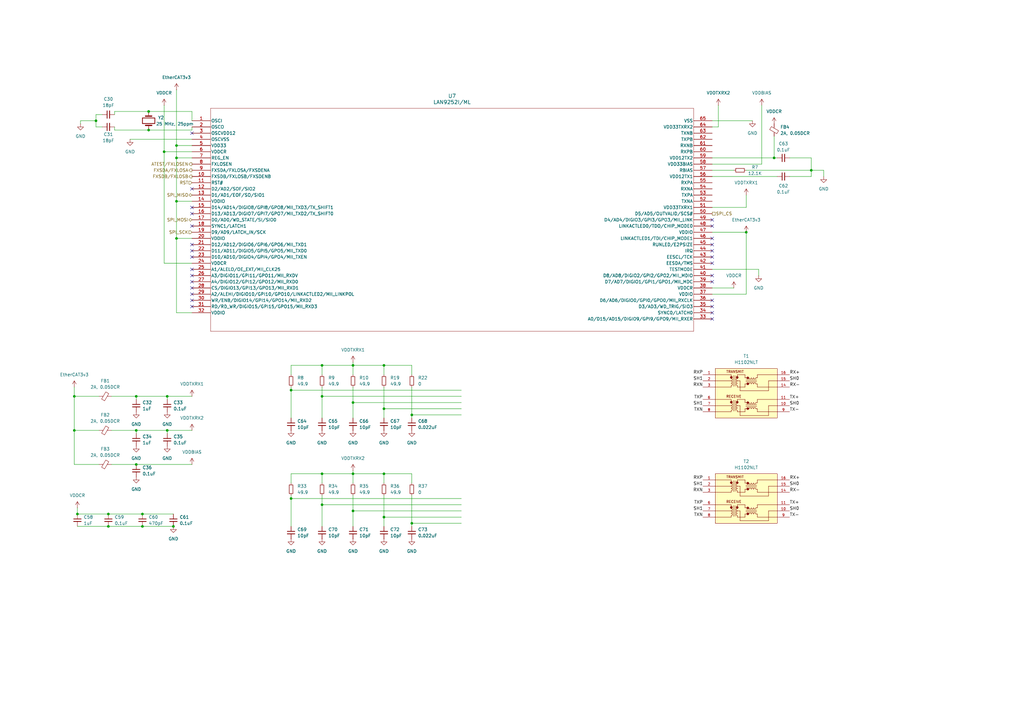
<source format=kicad_sch>
(kicad_sch (version 20231120) (generator "eeschema") (generator_version "8.0")
  (paper "A3")
  (lib_symbols
    (symbol "2024-07-01_21-03-15:LAN9252I_ML" (pin_names (offset 0.254))
      (property "Reference" "U" (at 106.68 10.16 0))
      (property "Value" "LAN9252I/ML" (at 106.68 7.62 0))
      (symbol "LAN9252I_ML_0_1"
        (polyline (pts (xy 7.62 -86.36) (xy 205.74 -86.36)) (stroke (width 0.127)))
        (polyline (pts (xy 7.62 5.08) (xy 7.62 -86.36)) (stroke (width 0.127)))
        (polyline (pts (xy 205.74 -86.36) (xy 205.74 5.08)) (stroke (width 0.127)))
        (polyline (pts (xy 205.74 5.08) (xy 7.62 5.08)) (stroke (width 0.127)))
        (pin input line (at 0 0 0) (length 7.62) (name "OSCI") (number "1"))
        (pin input line (at 0 -22.86 0) (length 7.62) (name "FXSDB/FXLOSB/FXSDENB") (number "10"))
        (pin bidirectional line (at 0 -25.4 0) (length 7.62) (name "RST#") (number "11"))
        (pin bidirectional line (at 0 -27.94 0) (length 7.62) (name "D2/AD2/SOF/SIO2") (number "12"))
        (pin bidirectional line (at 0 -30.48 0) (length 7.62) (name "D1/AD1/EOF/SO/SIO1") (number "13"))
        (pin power_in line (at 0 -33.02 0) (length 7.62) (name "VDDIO") (number "14"))
        (pin bidirectional line (at 0 -35.56 0) (length 7.62) (name "D14/AD14/DIGIO8/GPI8/GPO8/MII_TXD3/TX_SHIFT1") (number "15"))
        (pin bidirectional line (at 0 -38.1 0) (length 7.62) (name "D13/AD13/DIGIO7/GPI7/GPO7/MII_TXD2/TX_SHIFT0") (number "16"))
        (pin bidirectional line (at 0 -40.64 0) (length 7.62) (name "D0/AD0/WD_STATE/SI/SIO0") (number "17"))
        (pin bidirectional line (at 0 -43.18 0) (length 7.62) (name "SYNC1/LATCH1") (number "18"))
        (pin bidirectional line (at 0 -45.72 0) (length 7.62) (name "D9/AD9/LATCH_IN/SCK") (number "19"))
        (pin output line (at 0 -2.54 0) (length 7.62) (name "OSCO") (number "2"))
        (pin power_in line (at 0 -48.26 0) (length 7.62) (name "VDDIO") (number "20"))
        (pin bidirectional line (at 0 -50.8 0) (length 7.62) (name "D12/AD12/DIGIO6/GPI6/GPO6/MII_TXD1") (number "21"))
        (pin bidirectional line (at 0 -53.34 0) (length 7.62) (name "D11/AD11/DIGIO5/GPI5/GPO5/MII_TXD0") (number "22"))
        (pin bidirectional line (at 0 -55.88 0) (length 7.62) (name "D10/AD10/DIGIO4/GPI4/GPO4/MII_TXEN") (number "23"))
        (pin power_in line (at 0 -58.42 0) (length 7.62) (name "VDDCR") (number "24"))
        (pin bidirectional line (at 0 -60.96 0) (length 7.62) (name "A1/ALELO/OE_EXT/MII_CLK25") (number "25"))
        (pin bidirectional line (at 0 -63.5 0) (length 7.62) (name "A3/DIGIO11/GPI11/GPO11/MII_RXDV") (number "26"))
        (pin bidirectional line (at 0 -66.04 0) (length 7.62) (name "A4/DIGIO12/GPI12/GPO12/MII_RXD0") (number "27"))
        (pin bidirectional line (at 0 -68.58 0) (length 7.62) (name "CS/DIGIO13/GPI13/GPO13/MII_RXD1") (number "28"))
        (pin bidirectional line (at 0 -71.12 0) (length 7.62) (name "A2/ALEHI/DIGIO10/GPI10/GPO10/LINKACTLED2/MII_LINKPOL") (number "29"))
        (pin power_in line (at 0 -5.08 0) (length 7.62) (name "OSCVDD12") (number "3"))
        (pin bidirectional line (at 0 -73.66 0) (length 7.62) (name "WR/ENB/DIGIO14/GPI14/GPO14/MII_RXD2") (number "30"))
        (pin bidirectional line (at 0 -76.2 0) (length 7.62) (name "RD/RD_WR/DIGIO15/GPI15/GPO15/MII_RXD3") (number "31"))
        (pin power_in line (at 0 -78.74 0) (length 7.62) (name "VDDIO") (number "32"))
        (pin bidirectional line (at 213.36 -81.28 180) (length 7.62) (name "A0/D15/AD15/DIGIO9/GPI9/GPO9/MII_RXER") (number "33"))
        (pin bidirectional line (at 213.36 -78.74 180) (length 7.62) (name "SYNC0/LATCH0") (number "34"))
        (pin bidirectional line (at 213.36 -76.2 180) (length 7.62) (name "D3/AD3/WD_TRIG/SIO3") (number "35"))
        (pin bidirectional line (at 213.36 -73.66 180) (length 7.62) (name "D6/AD6/DIGIO0/GPI0/GPO0/MII_RXCLK") (number "36"))
        (pin power_in line (at 213.36 -71.12 180) (length 7.62) (name "VDDIO") (number "37"))
        (pin power_in line (at 213.36 -68.58 180) (length 7.62) (name "VDDCR") (number "38"))
        (pin bidirectional line (at 213.36 -66.04 180) (length 7.62) (name "D7/AD7/DIGIO1/GPI1/GPO1/MII_MDC") (number "39"))
        (pin power_out line (at 0 -7.62 0) (length 7.62) (name "OSCVSS") (number "4"))
        (pin bidirectional line (at 213.36 -63.5 180) (length 7.62) (name "D8/AD8/DIGIO2/GPI2/GPO2/MII_MDIO") (number "40"))
        (pin input line (at 213.36 -60.96 180) (length 7.62) (name "TESTMODE") (number "41"))
        (pin bidirectional line (at 213.36 -58.42 180) (length 7.62) (name "EESDA/TMS") (number "42"))
        (pin bidirectional line (at 213.36 -55.88 180) (length 7.62) (name "EESCL/TCK") (number "43"))
        (pin output line (at 213.36 -53.34 180) (length 7.62) (name "IRQ") (number "44"))
        (pin bidirectional line (at 213.36 -50.8 180) (length 7.62) (name "RUNLED/E2PSIZE") (number "45"))
        (pin bidirectional line (at 213.36 -48.26 180) (length 7.62) (name "LINKACTLED1/TDI/CHIP_MODE1") (number "46"))
        (pin power_in line (at 213.36 -45.72 180) (length 7.62) (name "VDDIO") (number "47"))
        (pin bidirectional line (at 213.36 -43.18 180) (length 7.62) (name "LINKACTLED0/TDO/CHIP_MODE0") (number "48"))
        (pin bidirectional line (at 213.36 -40.64 180) (length 7.62) (name "D4/AD4/DIGIO3/GPI3/GPO3/MII_LINK") (number "49"))
        (pin power_in line (at 0 -10.16 0) (length 7.62) (name "VDD33") (number "5"))
        (pin bidirectional line (at 213.36 -38.1 180) (length 7.62) (name "D5/AD5/OUTVALID/SCS#") (number "50"))
        (pin power_in line (at 213.36 -35.56 180) (length 7.62) (name "VDD33TXRX1") (number "51"))
        (pin unspecified line (at 213.36 -33.02 180) (length 7.62) (name "TXNA") (number "52"))
        (pin unspecified line (at 213.36 -30.48 180) (length 7.62) (name "TXPA") (number "53"))
        (pin unspecified line (at 213.36 -27.94 180) (length 7.62) (name "RXNA") (number "54"))
        (pin unspecified line (at 213.36 -25.4 180) (length 7.62) (name "RXPA") (number "55"))
        (pin power_in line (at 213.36 -22.86 180) (length 7.62) (name "VDD12TX1") (number "56"))
        (pin unspecified line (at 213.36 -20.32 180) (length 7.62) (name "RBIAS") (number "57"))
        (pin power_in line (at 213.36 -17.78 180) (length 7.62) (name "VDD33BIAS") (number "58"))
        (pin power_in line (at 213.36 -15.24 180) (length 7.62) (name "VDD12TX2") (number "59"))
        (pin power_in line (at 0 -12.7 0) (length 7.62) (name "VDDCR") (number "6"))
        (pin unspecified line (at 213.36 -12.7 180) (length 7.62) (name "RXPB") (number "60"))
        (pin unspecified line (at 213.36 -10.16 180) (length 7.62) (name "RXNB") (number "61"))
        (pin unspecified line (at 213.36 -7.62 180) (length 7.62) (name "TXPB") (number "62"))
        (pin unspecified line (at 213.36 -5.08 180) (length 7.62) (name "TXNB") (number "63"))
        (pin power_in line (at 213.36 -2.54 180) (length 7.62) (name "VDD33TXRX2") (number "64"))
        (pin power_out line (at 213.36 0 180) (length 7.62) (name "VSS") (number "65"))
        (pin unspecified line (at 0 -15.24 0) (length 7.62) (name "REG_EN") (number "7"))
        (pin unspecified line (at 0 -17.78 0) (length 7.62) (name "FXLOSEN") (number "8"))
        (pin input line (at 0 -20.32 0) (length 7.62) (name "FXSDA/FXLOSA/FXSDENA") (number "9"))
      )
    )
    (symbol "Device:C_Small" (pin_numbers hide) (pin_names (offset 0.254) hide)
      (property "Reference" "C" (at 0.254 1.778 0))
      (property "Value" "C_Small" (at 0.254 -2.032 0))
      (symbol "C_Small_0_1"
        (polyline (pts (xy -1.524 -0.508) (xy 1.524 -0.508)) (stroke (width 0.3302)))
        (polyline (pts (xy -1.524 0.508) (xy 1.524 0.508)) (stroke (width 0.3048)))
      )
      (symbol "C_Small_1_1"
        (pin passive line (at 0 2.54 270) (length 2.032) (name "~") (number "1"))
        (pin passive line (at 0 -2.54 90) (length 2.032) (name "~") (number "2"))
      )
    )
    (symbol "Device:Crystal" (pin_numbers hide) (pin_names (offset 1.016) hide)
      (property "Reference" "Y" (at 0 3.81 0))
      (property "Value" "Crystal" (at 0 -3.81 0))
      (symbol "Crystal_0_1"
        (rectangle (start -1.143 2.54) (end 1.143 -2.54) (stroke (width 0.3048)))
        (polyline (pts (xy -2.54 0) (xy -1.905 0)))
        (polyline (pts (xy -1.905 -1.27) (xy -1.905 1.27)) (stroke (width 0.508)))
        (polyline (pts (xy 1.905 -1.27) (xy 1.905 1.27)) (stroke (width 0.508)))
        (polyline (pts (xy 2.54 0) (xy 1.905 0)))
      )
      (symbol "Crystal_1_1"
        (pin passive line (at -3.81 0 0) (length 1.27) (name "1") (number "1"))
        (pin passive line (at 3.81 0 180) (length 1.27) (name "2") (number "2"))
      )
    )
    (symbol "Device:FerriteBead_Small" (pin_numbers hide) (pin_names (offset 0))
      (property "Reference" "FB" (at 1.905 1.27 0))
      (property "Value" "FerriteBead_Small" (at 1.905 -1.27 0))
      (symbol "FerriteBead_Small_0_1"
        (polyline (pts (xy 0 -1.27) (xy 0 -0.7874)))
        (polyline (pts (xy 0 0.889) (xy 0 1.2954)))
        (polyline (pts (xy -1.8288 0.2794) (xy -1.1176 1.4986) (xy 1.8288 -0.2032) (xy 1.1176 -1.4224) (xy -1.8288 0.2794)))
      )
      (symbol "FerriteBead_Small_1_1"
        (pin passive line (at 0 2.54 270) (length 1.27) (name "~") (number "1"))
        (pin passive line (at 0 -2.54 90) (length 1.27) (name "~") (number "2"))
      )
    )
    (symbol "Device:R_Small" (pin_numbers hide) (pin_names (offset 0.254) hide)
      (property "Reference" "R" (at 0.762 0.508 0))
      (property "Value" "R_Small" (at 0.762 -1.016 0))
      (symbol "R_Small_0_1"
        (rectangle (start -0.762 1.778) (end 0.762 -1.778) (stroke (width 0.2032)))
      )
      (symbol "R_Small_1_1"
        (pin passive line (at 0 2.54 270) (length 0.762) (name "~") (number "1"))
        (pin passive line (at 0 -2.54 90) (length 0.762) (name "~") (number "2"))
      )
    )
    (symbol "H1102NLT:H1102NLT" (pin_names (offset 1.016))
      (property "Reference" "T" (at -12.7096 10.4854 0))
      (property "Value" "H1102NLT" (at -12.8763 -12.2404 0))
      (symbol "H1102NLT_0_0"
        (rectangle (start -12.7 -10.16) (end 12.7 10.16) (stroke (width 0.1524)) (fill (type background)))
        (arc (start -6.1913 -6.985) (mid -5.717 -6.5087) (end -6.1913 -6.0325) (stroke (width 0.1524)))
        (arc (start -6.1913 -6.0325) (mid -5.717 -5.5562) (end -6.1913 -5.08) (stroke (width 0.1524)))
        (arc (start -6.1913 -5.08) (mid -5.717 -4.6037) (end -6.1913 -4.1275) (stroke (width 0.1524)))
        (arc (start -6.1913 -4.1275) (mid -5.717 -3.6512) (end -6.1913 -3.175) (stroke (width 0.1524)))
        (circle (center -6.1913 -3.6513) (radius 0.0762) (stroke (width 0.381)))
        (arc (start -6.1913 3.175) (mid -5.7171 3.6512) (end -6.1913 4.1275) (stroke (width 0.1524)))
        (arc (start -6.1913 4.1275) (mid -5.7171 4.6037) (end -6.1913 5.08) (stroke (width 0.1524)))
        (arc (start -6.1913 5.08) (mid -5.7171 5.5562) (end -6.1913 6.0325) (stroke (width 0.1524)))
        (arc (start -6.1913 6.0325) (mid -5.7171 6.5087) (end -6.1913 6.985) (stroke (width 0.1524)))
        (circle (center -6.1913 6.5088) (radius 0.0762) (stroke (width 0.381)))
        (arc (start -3.6513 -6.0325) (mid -4.1254 -6.5087) (end -3.6513 -6.985) (stroke (width 0.1524)))
        (arc (start -3.6513 -5.08) (mid -4.1254 -5.5562) (end -3.6513 -6.0325) (stroke (width 0.1524)))
        (arc (start -3.6513 -4.1275) (mid -4.1254 -4.6037) (end -3.6513 -5.08) (stroke (width 0.1524)))
        (circle (center -3.6513 -3.6513) (radius 0.0762) (stroke (width 0.381)))
        (arc (start -3.6513 -3.175) (mid -4.1254 -3.6512) (end -3.6513 -4.1275) (stroke (width 0.1524)))
        (arc (start -3.6513 4.1275) (mid -4.1255 3.6512) (end -3.6513 3.175) (stroke (width 0.1524)))
        (arc (start -3.6513 5.08) (mid -4.1255 4.6037) (end -3.6513 4.1275) (stroke (width 0.1524)))
        (arc (start -3.6513 6.0325) (mid -4.1255 5.5562) (end -3.6513 5.08) (stroke (width 0.1524)))
        (circle (center -3.6513 6.5088) (radius 0.0762) (stroke (width 0.381)))
        (arc (start -3.6513 6.985) (mid -4.1255 6.5087) (end -3.6513 6.0325) (stroke (width 0.1524)))
        (polyline (pts (xy -12.6365 -7.62) (xy -6.1913 -7.62)) (stroke (width 0.1524)))
        (polyline (pts (xy -12.6365 -5.08) (xy -6.1913 -5.08)) (stroke (width 0.1524)))
        (polyline (pts (xy -12.6365 -2.54) (xy -6.1913 -2.54)) (stroke (width 0.1524)))
        (polyline (pts (xy -12.6365 2.54) (xy -6.1913 2.54)) (stroke (width 0.1524)))
        (polyline (pts (xy -12.6365 5.08) (xy -6.1913 5.08)) (stroke (width 0.1524)))
        (polyline (pts (xy -12.6365 7.62) (xy -6.1913 7.62)) (stroke (width 0.1524)))
        (polyline (pts (xy -6.1913 -7.62) (xy -6.1913 -6.985)) (stroke (width 0.1524)))
        (polyline (pts (xy -6.1913 -2.54) (xy -6.1913 -3.175)) (stroke (width 0.1524)))
        (polyline (pts (xy -6.1913 2.54) (xy -6.1913 3.175)) (stroke (width 0.1524)))
        (polyline (pts (xy -6.1913 7.62) (xy -6.1913 6.985)) (stroke (width 0.1524)))
        (polyline (pts (xy -5.2387 -2.8575) (xy -5.2387 -7.3025)) (stroke (width 0.1524)))
        (polyline (pts (xy -5.2387 7.3025) (xy -5.2387 2.8575)) (stroke (width 0.1524)))
        (polyline (pts (xy -4.6038 -2.8575) (xy -4.6038 -7.3025)) (stroke (width 0.1524)))
        (polyline (pts (xy -4.6038 7.3025) (xy -4.6038 2.8575)) (stroke (width 0.1524)))
        (polyline (pts (xy -3.81 -5.08) (xy -2.54 -5.08)) (stroke (width 0.1524)))
        (polyline (pts (xy -3.81 5.08) (xy -2.54 5.08)) (stroke (width 0.1524)))
        (polyline (pts (xy -3.6513 -7.62) (xy -3.6513 -6.985)) (stroke (width 0.1524)))
        (polyline (pts (xy -3.6513 -2.54) (xy -3.6513 -3.175)) (stroke (width 0.1524)))
        (polyline (pts (xy -3.6513 2.54) (xy -3.6513 3.175)) (stroke (width 0.1524)))
        (polyline (pts (xy -3.6513 7.62) (xy -3.6513 6.985)) (stroke (width 0.1524)))
        (polyline (pts (xy -2.54 -9.144) (xy 9.144 -9.144)) (stroke (width 0.1524)))
        (polyline (pts (xy -2.54 -5.08) (xy -2.54 -9.144)) (stroke (width 0.1524)))
        (polyline (pts (xy -2.54 1.016) (xy 9.144 1.016)) (stroke (width 0.1524)))
        (polyline (pts (xy -2.54 5.08) (xy -2.54 1.016)) (stroke (width 0.1524)))
        (polyline (pts (xy -0.508 -7.62) (xy -3.6513 -7.62)) (stroke (width 0.1524)))
        (polyline (pts (xy -0.508 -6.35) (xy -0.508 -7.62)) (stroke (width 0.1524)))
        (polyline (pts (xy -0.508 -6.35) (xy 0.1588 -6.35)) (stroke (width 0.1524)))
        (polyline (pts (xy -0.508 -3.81) (xy -0.508 -2.54)) (stroke (width 0.1524)))
        (polyline (pts (xy -0.508 -2.54) (xy -3.6513 -2.54)) (stroke (width 0.1524)))
        (polyline (pts (xy -0.508 2.54) (xy -3.6513 2.54)) (stroke (width 0.1524)))
        (polyline (pts (xy -0.508 3.81) (xy -0.508 2.54)) (stroke (width 0.1524)))
        (polyline (pts (xy -0.508 3.81) (xy 0.1588 3.81)) (stroke (width 0.1524)))
        (polyline (pts (xy -0.508 6.35) (xy -0.508 7.62)) (stroke (width 0.1524)))
        (polyline (pts (xy -0.508 7.62) (xy -3.6513 7.62)) (stroke (width 0.1524)))
        (polyline (pts (xy -0.1588 -5.3975) (xy 4.2863 -5.3975)) (stroke (width 0.1524)))
        (polyline (pts (xy -0.1588 -4.7625) (xy 4.2863 -4.7625)) (stroke (width 0.1524)))
        (polyline (pts (xy -0.1588 4.7625) (xy 4.2863 4.7625)) (stroke (width 0.1524)))
        (polyline (pts (xy -0.1588 5.3975) (xy 4.2863 5.3975)) (stroke (width 0.1524)))
        (polyline (pts (xy 0.1588 -3.81) (xy -0.508 -3.81)) (stroke (width 0.1524)))
        (polyline (pts (xy 0.1588 6.35) (xy -0.508 6.35)) (stroke (width 0.1524)))
        (polyline (pts (xy 4.572 -7.62) (xy 4.572 -6.35)) (stroke (width 0.1524)))
        (polyline (pts (xy 4.572 -6.35) (xy 3.9688 -6.35)) (stroke (width 0.1524)))
        (polyline (pts (xy 4.572 -3.81) (xy 3.9688 -3.81)) (stroke (width 0.1524)))
        (polyline (pts (xy 4.572 -3.81) (xy 4.572 -2.54)) (stroke (width 0.1524)))
        (polyline (pts (xy 4.572 2.54) (xy 4.572 3.81)) (stroke (width 0.1524)))
        (polyline (pts (xy 4.572 3.81) (xy 3.9688 3.81)) (stroke (width 0.1524)))
        (polyline (pts (xy 4.572 6.35) (xy 3.9688 6.35)) (stroke (width 0.1524)))
        (polyline (pts (xy 4.572 6.35) (xy 4.572 7.62)) (stroke (width 0.1524)))
        (polyline (pts (xy 9.144 -9.144) (xy 9.144 -5.08)) (stroke (width 0.1524)))
        (polyline (pts (xy 9.144 -5.08) (xy 12.7 -5.08)) (stroke (width 0.1524)))
        (polyline (pts (xy 9.144 1.016) (xy 9.144 5.08)) (stroke (width 0.1524)))
        (polyline (pts (xy 9.144 5.08) (xy 12.7 5.08)) (stroke (width 0.1524)))
        (polyline (pts (xy 12.7 -7.62) (xy 4.572 -7.62)) (stroke (width 0.1524)))
        (polyline (pts (xy 12.7 -2.54) (xy 4.572 -2.54)) (stroke (width 0.1524)))
        (polyline (pts (xy 12.7 2.54) (xy 4.572 2.54)) (stroke (width 0.1524)))
        (polyline (pts (xy 12.7 7.62) (xy 4.572 7.62)) (stroke (width 0.1524)))
        (arc (start 0.1588 -3.81) (mid 0.635 -4.2841) (end 1.1113 -3.81) (stroke (width 0.1524)))
        (arc (start 0.1588 6.35) (mid 0.635 5.8758) (end 1.1113 6.35) (stroke (width 0.1524)))
        (circle (center 0.635 -6.35) (radius 0.0762) (stroke (width 0.381)))
        (circle (center 0.635 -3.81) (radius 0.0762) (stroke (width 0.381)))
        (circle (center 0.635 3.81) (radius 0.0762) (stroke (width 0.381)))
        (circle (center 0.635 6.35) (radius 0.0762) (stroke (width 0.381)))
        (arc (start 1.1113 -6.35) (mid 0.635 -5.8757) (end 0.1588 -6.35) (stroke (width 0.1524)))
        (arc (start 1.1113 -3.81) (mid 1.5875 -4.2841) (end 2.0638 -3.81) (stroke (width 0.1524)))
        (arc (start 1.1113 3.81) (mid 0.635 4.2842) (end 0.1588 3.81) (stroke (width 0.1524)))
        (arc (start 1.1113 6.35) (mid 1.5875 5.8758) (end 2.0638 6.35) (stroke (width 0.1524)))
        (arc (start 2.0638 -6.35) (mid 1.5875 -5.8757) (end 1.1113 -6.35) (stroke (width 0.1524)))
        (arc (start 2.0638 -3.81) (mid 2.54 -4.2841) (end 3.0163 -3.81) (stroke (width 0.1524)))
        (arc (start 2.0638 3.81) (mid 1.5875 4.2842) (end 1.1113 3.81) (stroke (width 0.1524)))
        (arc (start 2.0638 6.35) (mid 2.54 5.8758) (end 3.0163 6.35) (stroke (width 0.1524)))
        (arc (start 3.0163 -6.35) (mid 2.54 -5.8757) (end 2.0638 -6.35) (stroke (width 0.1524)))
        (arc (start 3.0163 -3.81) (mid 3.4925 -4.2841) (end 3.9688 -3.81) (stroke (width 0.1524)))
        (arc (start 3.0163 3.81) (mid 2.54 4.2842) (end 2.0638 3.81) (stroke (width 0.1524)))
        (arc (start 3.0163 6.35) (mid 3.4925 5.8758) (end 3.9688 6.35) (stroke (width 0.1524)))
        (arc (start 3.9688 -6.35) (mid 3.4925 -5.8757) (end 3.0163 -6.35) (stroke (width 0.1524)))
        (arc (start 3.9688 3.81) (mid 3.4925 4.2842) (end 3.0163 3.81) (stroke (width 0.1524)))
        (text "RECEIVE" (at -8.2696 -1.9084 0) (effects (font (size 1.0178 1.0178)) (justify left bottom)))
        (text "TRANSMIT" (at -8.2613 8.2613 0) (effects (font (size 1.0168 1.0168)) (justify left bottom)))
        (pin passive line (at -17.78 7.62 0) (length 5.08) (name "~") (number "1"))
        (pin passive line (at 17.78 -5.08 180) (length 5.08) (name "~") (number "10"))
        (pin passive line (at 17.78 -2.54 180) (length 5.08) (name "~") (number "11"))
        (pin passive line (at 17.78 2.54 180) (length 5.08) (name "~") (number "14"))
        (pin passive line (at 17.78 5.08 180) (length 5.08) (name "~") (number "15"))
        (pin passive line (at 17.78 7.62 180) (length 5.08) (name "~") (number "16"))
        (pin passive line (at -17.78 5.08 0) (length 5.08) (name "~") (number "2"))
        (pin passive line (at -17.78 2.54 0) (length 5.08) (name "~") (number "3"))
        (pin passive line (at -17.78 -2.54 0) (length 5.08) (name "~") (number "6"))
        (pin passive line (at -17.78 -5.08 0) (length 5.08) (name "~") (number "7"))
        (pin passive line (at -17.78 -7.62 0) (length 5.08) (name "~") (number "8"))
        (pin passive line (at 17.78 -7.62 180) (length 5.08) (name "~") (number "9"))
      )
    )
    (symbol "power:+3.3V" (power) (pin_numbers hide) (pin_names (offset 0) hide)
      (property "Value" "+3.3V" (at 0 3.556 0))
      (symbol "+3.3V_0_1"
        (polyline (pts (xy -0.762 1.27) (xy 0 2.54)))
        (polyline (pts (xy 0 0) (xy 0 2.54)))
        (polyline (pts (xy 0 2.54) (xy 0.762 1.27)))
      )
      (symbol "+3.3V_1_1"
        (pin power_in line (at 0 0 90) (length 0) (name "~") (number "1"))
      )
    )
    (symbol "power:GND" (power) (pin_numbers hide) (pin_names (offset 0) hide)
      (property "Value" "GND" (at 0 -3.81 0))
      (symbol "GND_0_1"
        (polyline (pts (xy 0 0) (xy 0 -1.27) (xy 1.27 -1.27) (xy 0 -2.54) (xy -1.27 -1.27) (xy 0 -1.27)))
      )
      (symbol "GND_1_1"
        (pin power_in line (at 0 0 270) (length 0) (name "~") (number "1"))
      )
    )
  )
  (junction (at 30.48 162.56))
  (junction (at 144.78 194.31))
  (junction (at 39.37 49.53))
  (junction (at 31.75 210.82))
  (junction (at 68.58 176.53))
  (junction (at 30.48 176.53))
  (junction (at 55.88 190.5))
  (junction (at 157.48 194.31))
  (junction (at 60.96 45.72))
  (junction (at 119.38 160.02))
  (junction (at 68.58 162.56))
  (junction (at 132.08 207.01))
  (junction (at 67.31 62.23))
  (junction (at 332.74 69.85))
  (junction (at 60.96 53.34))
  (junction (at 119.38 204.47))
  (junction (at 71.12 215.9))
  (junction (at 132.08 194.31))
  (junction (at 144.78 209.55))
  (junction (at 55.88 176.53))
  (junction (at 44.45 210.82))
  (junction (at 168.91 170.18))
  (junction (at 168.91 214.63))
  (junction (at 144.78 165.1))
  (junction (at 72.39 97.79))
  (junction (at 55.88 162.56))
  (junction (at 132.08 149.86))
  (junction (at 317.5 64.77))
  (junction (at 132.08 162.56))
  (junction (at 157.48 149.86))
  (junction (at 144.78 149.86))
  (junction (at 58.42 210.82))
  (junction (at 157.48 212.09))
  (junction (at 72.39 82.55))
  (junction (at 72.39 59.69))
  (junction (at 157.48 167.64))
  (junction (at 44.45 215.9))
  (junction (at 306.07 95.25))
  (junction (at 58.42 215.9))
  (junction (at 72.39 64.77))
  (no_connect (at 78.74 113.03))
  (no_connect (at 292.1 130.81))
  (no_connect (at 292.1 128.27))
  (no_connect (at 78.74 120.65))
  (no_connect (at 78.74 125.73))
  (no_connect (at 78.74 54.61))
  (no_connect (at 78.74 118.11))
  (no_connect (at 292.1 115.57))
  (no_connect (at 292.1 90.17))
  (no_connect (at 78.74 87.63))
  (no_connect (at 78.74 92.71))
  (no_connect (at 78.74 110.49))
  (no_connect (at 78.74 77.47))
  (no_connect (at 292.1 125.73))
  (no_connect (at 292.1 102.87))
  (no_connect (at 78.74 123.19))
  (no_connect (at 78.74 102.87))
  (no_connect (at 78.74 100.33))
  (no_connect (at 292.1 107.95))
  (no_connect (at 292.1 113.03))
  (no_connect (at 78.74 115.57))
  (no_connect (at 292.1 123.19))
  (no_connect (at 78.74 85.09))
  (no_connect (at 292.1 92.71))
  (no_connect (at 292.1 105.41))
  (no_connect (at 292.1 97.79))
  (no_connect (at 78.74 105.41))
  (no_connect (at 292.1 100.33))
  (wire (pts (xy 30.48 158.75) (xy 30.48 162.56)))
  (wire (pts (xy 119.38 158.75) (xy 119.38 160.02)))
  (wire (pts (xy 132.08 207.01) (xy 132.08 215.9)))
  (wire (pts (xy 132.08 203.2) (xy 132.08 207.01)))
  (wire (pts (xy 144.78 149.86) (xy 157.48 149.86)))
  (wire (pts (xy 68.58 176.53) (xy 68.58 177.8)))
  (wire (pts (xy 292.1 118.11) (xy 300.99 118.11)))
  (wire (pts (xy 157.48 212.09) (xy 157.48 215.9)))
  (wire (pts (xy 119.38 149.86) (xy 132.08 149.86)))
  (wire (pts (xy 72.39 59.69) (xy 78.74 59.69)))
  (wire (pts (xy 317.5 64.77) (xy 318.77 64.77)))
  (wire (pts (xy 46.99 45.72) (xy 46.99 46.99)))
  (wire (pts (xy 132.08 149.86) (xy 132.08 153.67)))
  (wire (pts (xy 306.07 120.65) (xy 306.07 95.25)))
  (wire (pts (xy 332.74 72.39) (xy 323.85 72.39)))
  (wire (pts (xy 132.08 149.86) (xy 144.78 149.86)))
  (wire (pts (xy 292.1 72.39) (xy 318.77 72.39)))
  (wire (pts (xy 119.38 160.02) (xy 189.23 160.02)))
  (wire (pts (xy 144.78 148.59) (xy 144.78 149.86)))
  (wire (pts (xy 292.1 120.65) (xy 306.07 120.65)))
  (wire (pts (xy 119.38 198.12) (xy 119.38 194.31)))
  (wire (pts (xy 144.78 165.1) (xy 144.78 171.45)))
  (wire (pts (xy 78.74 107.95) (xy 67.31 107.95)))
  (wire (pts (xy 132.08 162.56) (xy 189.23 162.56)))
  (wire (pts (xy 144.78 193.04) (xy 144.78 194.31)))
  (wire (pts (xy 144.78 194.31) (xy 144.78 198.12)))
  (wire (pts (xy 157.48 167.64) (xy 189.23 167.64)))
  (wire (pts (xy 157.48 158.75) (xy 157.48 167.64)))
  (wire (pts (xy 67.31 43.18) (xy 67.31 62.23)))
  (wire (pts (xy 45.72 176.53) (xy 55.88 176.53)))
  (wire (pts (xy 67.31 62.23) (xy 78.74 62.23)))
  (wire (pts (xy 58.42 210.82) (xy 71.12 210.82)))
  (wire (pts (xy 41.91 46.99) (xy 39.37 46.99)))
  (wire (pts (xy 132.08 207.01) (xy 189.23 207.01)))
  (wire (pts (xy 168.91 158.75) (xy 168.91 170.18)))
  (wire (pts (xy 68.58 162.56) (xy 68.58 163.83)))
  (wire (pts (xy 30.48 176.53) (xy 30.48 190.5)))
  (wire (pts (xy 53.34 57.15) (xy 78.74 57.15)))
  (wire (pts (xy 78.74 128.27) (xy 72.39 128.27)))
  (wire (pts (xy 39.37 46.99) (xy 39.37 49.53)))
  (wire (pts (xy 30.48 162.56) (xy 40.64 162.56)))
  (wire (pts (xy 294.64 43.18) (xy 294.64 52.07)))
  (wire (pts (xy 332.74 69.85) (xy 332.74 72.39)))
  (wire (pts (xy 39.37 49.53) (xy 39.37 52.07)))
  (wire (pts (xy 30.48 162.56) (xy 30.48 176.53)))
  (wire (pts (xy 157.48 203.2) (xy 157.48 212.09)))
  (wire (pts (xy 311.15 110.49) (xy 311.15 113.03)))
  (wire (pts (xy 46.99 53.34) (xy 60.96 53.34)))
  (wire (pts (xy 68.58 162.56) (xy 78.74 162.56)))
  (wire (pts (xy 157.48 194.31) (xy 168.91 194.31)))
  (wire (pts (xy 58.42 215.9) (xy 71.12 215.9)))
  (wire (pts (xy 144.78 158.75) (xy 144.78 165.1)))
  (wire (pts (xy 144.78 203.2) (xy 144.78 209.55)))
  (wire (pts (xy 33.02 49.53) (xy 33.02 50.8)))
  (wire (pts (xy 292.1 69.85) (xy 300.99 69.85)))
  (wire (pts (xy 30.48 190.5) (xy 40.64 190.5)))
  (wire (pts (xy 31.75 210.82) (xy 44.45 210.82)))
  (wire (pts (xy 337.82 69.85) (xy 337.82 72.39)))
  (wire (pts (xy 294.64 52.07) (xy 292.1 52.07)))
  (wire (pts (xy 39.37 49.53) (xy 33.02 49.53)))
  (wire (pts (xy 30.48 176.53) (xy 40.64 176.53)))
  (wire (pts (xy 292.1 67.31) (xy 312.42 67.31)))
  (wire (pts (xy 317.5 55.88) (xy 317.5 64.77)))
  (wire (pts (xy 132.08 162.56) (xy 132.08 171.45)))
  (wire (pts (xy 55.88 176.53) (xy 68.58 176.53)))
  (wire (pts (xy 68.58 176.53) (xy 78.74 176.53)))
  (wire (pts (xy 144.78 165.1) (xy 189.23 165.1)))
  (wire (pts (xy 292.1 64.77) (xy 317.5 64.77)))
  (wire (pts (xy 157.48 194.31) (xy 157.48 198.12)))
  (wire (pts (xy 45.72 162.56) (xy 55.88 162.56)))
  (wire (pts (xy 55.88 162.56) (xy 68.58 162.56)))
  (wire (pts (xy 292.1 49.53) (xy 308.61 49.53)))
  (wire (pts (xy 72.39 82.55) (xy 78.74 82.55)))
  (wire (pts (xy 168.91 203.2) (xy 168.91 214.63)))
  (wire (pts (xy 72.39 128.27) (xy 72.39 97.79)))
  (wire (pts (xy 168.91 149.86) (xy 168.91 153.67)))
  (wire (pts (xy 323.85 64.77) (xy 332.74 64.77)))
  (wire (pts (xy 72.39 64.77) (xy 72.39 82.55)))
  (wire (pts (xy 78.74 53.34) (xy 78.74 52.07)))
  (wire (pts (xy 132.08 158.75) (xy 132.08 162.56)))
  (wire (pts (xy 45.72 190.5) (xy 55.88 190.5)))
  (wire (pts (xy 144.78 209.55) (xy 144.78 215.9)))
  (wire (pts (xy 119.38 203.2) (xy 119.38 204.47)))
  (wire (pts (xy 306.07 80.01) (xy 306.07 85.09)))
  (wire (pts (xy 31.75 215.9) (xy 44.45 215.9)))
  (wire (pts (xy 78.74 45.72) (xy 78.74 49.53)))
  (wire (pts (xy 132.08 194.31) (xy 132.08 198.12)))
  (wire (pts (xy 60.96 53.34) (xy 78.74 53.34)))
  (wire (pts (xy 157.48 167.64) (xy 157.48 171.45)))
  (wire (pts (xy 168.91 214.63) (xy 168.91 215.9)))
  (wire (pts (xy 157.48 149.86) (xy 157.48 153.67)))
  (wire (pts (xy 119.38 153.67) (xy 119.38 149.86)))
  (wire (pts (xy 292.1 95.25) (xy 306.07 95.25)))
  (wire (pts (xy 157.48 149.86) (xy 168.91 149.86)))
  (wire (pts (xy 119.38 204.47) (xy 119.38 215.9)))
  (wire (pts (xy 55.88 190.5) (xy 78.74 190.5)))
  (wire (pts (xy 132.08 194.31) (xy 144.78 194.31)))
  (wire (pts (xy 332.74 69.85) (xy 337.82 69.85)))
  (wire (pts (xy 72.39 64.77) (xy 72.39 59.69)))
  (wire (pts (xy 144.78 149.86) (xy 144.78 153.67)))
  (wire (pts (xy 72.39 36.83) (xy 72.39 59.69)))
  (wire (pts (xy 44.45 210.82) (xy 58.42 210.82)))
  (wire (pts (xy 78.74 64.77) (xy 72.39 64.77)))
  (wire (pts (xy 312.42 43.18) (xy 312.42 67.31)))
  (wire (pts (xy 72.39 97.79) (xy 72.39 82.55)))
  (wire (pts (xy 67.31 107.95) (xy 67.31 62.23)))
  (wire (pts (xy 144.78 209.55) (xy 189.23 209.55)))
  (wire (pts (xy 55.88 176.53) (xy 55.88 177.8)))
  (wire (pts (xy 144.78 194.31) (xy 157.48 194.31)))
  (wire (pts (xy 168.91 214.63) (xy 189.23 214.63)))
  (wire (pts (xy 119.38 194.31) (xy 132.08 194.31)))
  (wire (pts (xy 168.91 194.31) (xy 168.91 198.12)))
  (wire (pts (xy 46.99 45.72) (xy 60.96 45.72)))
  (wire (pts (xy 55.88 162.56) (xy 55.88 163.83)))
  (wire (pts (xy 78.74 97.79) (xy 72.39 97.79)))
  (wire (pts (xy 60.96 45.72) (xy 78.74 45.72)))
  (wire (pts (xy 39.37 52.07) (xy 41.91 52.07)))
  (wire (pts (xy 292.1 110.49) (xy 311.15 110.49)))
  (wire (pts (xy 332.74 64.77) (xy 332.74 69.85)))
  (wire (pts (xy 306.07 69.85) (xy 332.74 69.85)))
  (wire (pts (xy 46.99 53.34) (xy 46.99 52.07)))
  (wire (pts (xy 168.91 170.18) (xy 189.23 170.18)))
  (wire (pts (xy 119.38 160.02) (xy 119.38 171.45)))
  (wire (pts (xy 119.38 204.47) (xy 189.23 204.47)))
  (wire (pts (xy 44.45 215.9) (xy 58.42 215.9)))
  (wire (pts (xy 31.75 208.28) (xy 31.75 210.82)))
  (wire (pts (xy 157.48 212.09) (xy 189.23 212.09)))
  (wire (pts (xy 168.91 170.18) (xy 168.91 171.45)))
  (wire (pts (xy 292.1 85.09) (xy 306.07 85.09)))
  (label "TX-" (at 323.85 168.91 0))
  (label "SH0" (at 323.85 199.39 0))
  (label "SH0" (at 323.85 166.37 0))
  (label "SH1" (at 288.29 166.37 180))
  (label "RX+" (at 323.85 153.67 0))
  (label "RXP" (at 288.29 153.67 180))
  (label "TX-" (at 323.85 212.09 0))
  (label "RX-" (at 323.85 201.93 0))
  (label "SH0" (at 323.85 156.21 0))
  (label "TX+" (at 323.85 207.01 0))
  (label "TXN" (at 288.29 212.09 180))
  (label "SH1" (at 288.29 199.39 180))
  (label "RX+" (at 323.85 196.85 0))
  (label "TXP" (at 288.29 163.83 180))
  (label "SH1" (at 288.29 156.21 180))
  (label "RXP" (at 288.29 196.85 180))
  (label "RX-" (at 323.85 158.75 0))
  (label "SH1" (at 288.29 209.55 180))
  (label "RXN" (at 288.29 158.75 180))
  (label "TXN" (at 288.29 168.91 180))
  (label "SH0" (at 323.85 209.55 0))
  (label "TXP" (at 288.29 207.01 180))
  (label "TX+" (at 323.85 163.83 0))
  (label "RXN" (at 288.29 201.93 180))
  (hierarchical_label "SPI_MISO" (shape bidirectional) (at 78.74 80.01 180))
  (hierarchical_label "ATEST{slash}FXLOSEN" (shape output) (at 78.74 67.31 180))
  (hierarchical_label "SPI_CS" (shape passive) (at 292.1 87.63 0))
  (hierarchical_label "FXSDB{slash}FXLOSB" (shape output) (at 78.74 72.39 180))
  (hierarchical_label "SPI_MOSI" (shape bidirectional) (at 78.74 90.17 180))
  (hierarchical_label "SPI_SCK" (shape input) (at 78.74 95.25 180))
  (hierarchical_label "RST" (shape input) (at 78.74 74.93 180))
  (hierarchical_label "FXSDA{slash}FXLOSA" (shape output) (at 78.74 69.85 180))
  (symbol (lib_id "power:GND") (at 68.58 168.91 0) (unit 1)
    (property "Reference" "#PWR038" (effects (hide yes)))
    (property "Value" "GND" (at 68.58 173.99 0))
    (property "Description" "Power symbol creates a global label with name \"GND\" , ground" (effects (hide yes)))
  )
  (symbol (lib_id "power:GND") (at 144.78 176.53 0) (unit 1)
    (property "Reference" "#PWR087" (effects (hide yes)))
    (property "Value" "GND" (at 144.78 181.61 0))
    (property "Description" "Power symbol creates a global label with name \"GND\" , ground" (effects (hide yes)))
  )
  (symbol (lib_id "power:+3.3V") (at 78.74 176.53 0) (unit 1)
    (property "Reference" "#PWR043" (effects (hide yes)))
    (property "Value" "VDDTXRX2" (at 78.74 171.45 0))
    (property "Description" "Power symbol creates a global label with name \"+3.3V\"" (effects (hide yes)))
  )
  (symbol (lib_id "power:+3.3V") (at 312.42 43.18 0) (unit 1)
    (property "Reference" "#PWR081" (effects (hide yes)))
    (property "Value" "VDDBIAS" (at 312.42 38.1 0))
    (property "Description" "Power symbol creates a global label with name \"+3.3V\"" (effects (hide yes)))
  )
  (symbol (lib_id "power:+3.3V") (at 31.75 208.28 0) (unit 1)
    (property "Reference" "#PWR071" (effects (hide yes)))
    (property "Value" "VDDCR" (at 31.75 203.2 0))
    (property "Description" "Power symbol creates a global label with name \"+3.3V\"" (effects (hide yes)))
  )
  (symbol (lib_id "power:GND") (at 168.91 176.53 0) (unit 1)
    (property "Reference" "#PWR089" (effects (hide yes)))
    (property "Value" "GND" (at 168.91 181.61 0))
    (property "Description" "Power symbol creates a global label with name \"GND\" , ground" (effects (hide yes)))
  )
  (symbol (lib_id "Device:C_Small") (at 144.78 218.44 0) (unit 1)
    (property "Reference" "C71" (at 147.32 217.1762 0) (effects (justify left)))
    (property "Value" "10pF" (at 147.32 219.7162 0) (effects (justify left)))
    (property "Description" "Unpolarized capacitor, small symbol" (effects (hide yes)))
  )
  (symbol (lib_id "2024-07-01_21-03-15:LAN9252I_ML") (at 78.74 49.53 0) (unit 1)
    (property "Reference" "U7" (at 185.42 39.37 0) (effects (font (size 1.524 1.524))))
    (property "Value" "LAN9252I/ML" (at 185.42 41.91 0) (effects (font (size 1.524 1.524))))
    (property "Footprint" "QFN64_ML_MCH" (effects (hide yes)))
    (property "Datasheet" "LAN9252I/ML" (effects (hide yes)))
  )
  (symbol (lib_id "Device:C_Small") (at 132.08 218.44 0) (unit 1)
    (property "Reference" "C70" (at 134.62 217.1762 0) (effects (justify left)))
    (property "Value" "10pF" (at 134.62 219.7162 0) (effects (justify left)))
    (property "Description" "Unpolarized capacitor, small symbol" (effects (hide yes)))
  )
  (symbol (lib_id "Device:R_Small") (at 144.78 200.66 0) (unit 1)
    (property "Reference" "R35" (at 147.32 199.3899 0) (effects (justify left)))
    (property "Value" "49.9" (at 147.32 201.9299 0) (effects (justify left)))
    (property "Description" "Resistor, small symbol" (effects (hide yes)))
  )
  (symbol (lib_id "power:+3.3V") (at 294.64 43.18 0) (unit 1)
    (property "Reference" "#PWR076" (effects (hide yes)))
    (property "Value" "VDDTXRX2" (at 294.64 38.1 0))
    (property "Description" "Power symbol creates a global label with name \"+3.3V\"" (effects (hide yes)))
  )
  (symbol (lib_id "power:GND") (at 132.08 220.98 0) (unit 1)
    (property "Reference" "#PWR091" (effects (hide yes)))
    (property "Value" "GND" (at 132.08 226.06 0))
    (property "Description" "Power symbol creates a global label with name \"GND\" , ground" (effects (hide yes)))
  )
  (symbol (lib_id "power:GND") (at 157.48 220.98 0) (unit 1)
    (property "Reference" "#PWR094" (effects (hide yes)))
    (property "Value" "GND" (at 157.48 226.06 0))
    (property "Description" "Power symbol creates a global label with name \"GND\" , ground" (effects (hide yes)))
  )
  (symbol (lib_id "power:GND") (at 53.34 57.15 0) (unit 1)
    (property "Reference" "#PWR035" (effects (hide yes)))
    (property "Value" "GND" (at 53.34 62.23 0))
    (property "Description" "Power symbol creates a global label with name \"GND\" , ground" (effects (hide yes)))
  )
  (symbol (lib_id "power:+3.3V") (at 30.48 158.75 0) (unit 1)
    (property "Reference" "#PWR022" (effects (hide yes)))
    (property "Value" "EtherCAT3v3" (at 30.48 153.67 0))
    (property "Description" "Power symbol creates a global label with name \"+3.3V\"" (effects (hide yes)))
  )
  (symbol (lib_id "power:+3.3V") (at 144.78 148.59 0) (unit 1)
    (property "Reference" "#PWR084" (effects (hide yes)))
    (property "Value" "VDDTXRX1" (at 144.78 143.51 0))
    (property "Description" "Power symbol creates a global label with name \"+3.3V\"" (effects (hide yes)))
  )
  (symbol (lib_id "power:+3.3V") (at 300.99 118.11 0) (unit 1)
    (property "Reference" "#PWR079" (effects (hide yes)))
    (property "Value" "VDDCR" (at 300.99 113.03 0))
    (property "Description" "Power symbol creates a global label with name \"+3.3V\"" (effects (hide yes)))
  )
  (symbol (lib_id "power:GND") (at 157.48 176.53 0) (unit 1)
    (property "Reference" "#PWR088" (effects (hide yes)))
    (property "Value" "GND" (at 157.48 181.61 0))
    (property "Description" "Power symbol creates a global label with name \"GND\" , ground" (effects (hide yes)))
  )
  (symbol (lib_id "power:GND") (at 71.12 215.9 0) (unit 1)
    (property "Reference" "#PWR072" (effects (hide yes)))
    (property "Value" "GND" (at 71.12 220.98 0))
    (property "Description" "Power symbol creates a global label with name \"GND\" , ground" (effects (hide yes)))
  )
  (symbol (lib_id "Device:C_Small") (at 44.45 46.99 90) (unit 1)
    (property "Reference" "C30" (at 44.4563 40.64 90))
    (property "Value" "18pF" (at 44.4563 43.18 90))
    (property "Description" "Unpolarized capacitor, small symbol" (effects (hide yes)))
  )
  (symbol (lib_id "Device:R_Small") (at 157.48 156.21 0) (unit 1)
    (property "Reference" "R19" (at 160.02 154.9399 0) (effects (justify left)))
    (property "Value" "49.9" (at 160.02 157.4799 0) (effects (justify left)))
    (property "Description" "Resistor, small symbol" (effects (hide yes)))
  )
  (symbol (lib_id "Device:C_Small") (at 168.91 173.99 0) (unit 1)
    (property "Reference" "C68" (at 171.45 172.7262 0) (effects (justify left)))
    (property "Value" "0.022uF" (at 171.45 175.2662 0) (effects (justify left)))
    (property "Description" "Unpolarized capacitor, small symbol" (effects (hide yes)))
  )
  (symbol (lib_id "Device:C_Small") (at 157.48 173.99 0) (unit 1)
    (property "Reference" "C67" (at 160.02 172.7262 0) (effects (justify left)))
    (property "Value" "10pF" (at 160.02 175.2662 0) (effects (justify left)))
    (property "Description" "Unpolarized capacitor, small symbol" (effects (hide yes)))
  )
  (symbol (lib_id "power:GND") (at 308.61 49.53 0) (unit 1)
    (property "Reference" "#PWR075" (effects (hide yes)))
    (property "Value" "GND" (at 308.61 54.61 0))
    (property "Description" "Power symbol creates a global label with name \"GND\" , ground" (effects (hide yes)))
  )
  (symbol (lib_id "Device:C_Small") (at 144.78 173.99 0) (unit 1)
    (property "Reference" "C66" (at 147.32 172.7262 0) (effects (justify left)))
    (property "Value" "10pF" (at 147.32 175.2662 0) (effects (justify left)))
    (property "Description" "Unpolarized capacitor, small symbol" (effects (hide yes)))
  )
  (symbol (lib_id "power:+3.3V") (at 144.78 193.04 0) (unit 1)
    (property "Reference" "#PWR092" (effects (hide yes)))
    (property "Value" "VDDTXRX2" (at 144.78 187.96 0))
    (property "Description" "Power symbol creates a global label with name \"+3.3V\"" (effects (hide yes)))
  )
  (symbol (lib_id "Device:R_Small") (at 119.38 200.66 0) (unit 1)
    (property "Reference" "R33" (at 121.92 199.3899 0) (effects (justify left)))
    (property "Value" "49.9" (at 121.92 201.9299 0) (effects (justify left)))
    (property "Description" "Resistor, small symbol" (effects (hide yes)))
  )
  (symbol (lib_id "Device:C_Small") (at 321.31 64.77 90) (unit 1)
    (property "Reference" "C63" (at 321.31 58.928 90))
    (property "Value" "0.1uF" (at 321.31 61.468 90))
    (property "Description" "Unpolarized capacitor, small symbol" (effects (hide yes)))
  )
  (symbol (lib_id "power:GND") (at 311.15 113.03 0) (unit 1)
    (property "Reference" "#PWR083" (effects (hide yes)))
    (property "Value" "GND" (at 311.15 118.11 0))
    (property "Description" "Power symbol creates a global label with name \"GND\" , ground" (effects (hide yes)))
  )
  (symbol (lib_id "Device:R_Small") (at 303.53 69.85 90) (unit 1)
    (property "Reference" "R7" (at 309.626 68.58 90))
    (property "Value" "12.1K" (at 309.626 71.12 90))
    (property "Description" "Resistor, small symbol" (effects (hide yes)))
  )
  (symbol (lib_id "Device:C_Small") (at 119.38 173.99 0) (unit 1)
    (property "Reference" "C64" (at 121.92 172.7262 0) (effects (justify left)))
    (property "Value" "10pF" (at 121.92 175.2662 0) (effects (justify left)))
    (property "Description" "Unpolarized capacitor, small symbol" (effects (hide yes)))
  )
  (symbol (lib_id "power:+3.3V") (at 306.07 80.01 0) (unit 1)
    (property "Reference" "#PWR077" (effects (hide yes)))
    (property "Value" "VDDTXRX1" (at 306.07 74.93 0))
    (property "Description" "Power symbol creates a global label with name \"+3.3V\"" (effects (hide yes)))
  )
  (symbol (lib_id "Device:C_Small") (at 119.38 218.44 0) (unit 1)
    (property "Reference" "C69" (at 121.92 217.1762 0) (effects (justify left)))
    (property "Value" "10pF" (at 121.92 219.7162 0) (effects (justify left)))
    (property "Description" "Unpolarized capacitor, small symbol" (effects (hide yes)))
  )
  (symbol (lib_id "power:GND") (at 144.78 220.98 0) (unit 1)
    (property "Reference" "#PWR093" (effects (hide yes)))
    (property "Value" "GND" (at 144.78 226.06 0))
    (property "Description" "Power symbol creates a global label with name \"GND\" , ground" (effects (hide yes)))
  )
  (symbol (lib_id "Device:C_Small") (at 321.31 72.39 90) (unit 1)
    (property "Reference" "C62" (at 321.31 76.2 90))
    (property "Value" "0.1uF" (at 321.31 78.74 90))
    (property "Description" "Unpolarized capacitor, small symbol" (effects (hide yes)))
  )
  (symbol (lib_id "Device:C_Small") (at 55.88 193.04 0) (unit 1)
    (property "Reference" "C36" (at 58.42 191.7762 0) (effects (justify left)))
    (property "Value" "0.1uF" (at 58.42 194.3162 0) (effects (justify left)))
    (property "Description" "Unpolarized capacitor, small symbol" (effects (hide yes)))
  )
  (symbol (lib_id "Device:C_Small") (at 44.45 52.07 90) (unit 1)
    (property "Reference" "C31" (at 44.45 55.118 90))
    (property "Value" "18pF" (at 44.45 57.658 90))
    (property "Description" "Unpolarized capacitor, small symbol" (effects (hide yes)))
  )
  (symbol (lib_id "power:+3.3V") (at 78.74 190.5 0) (unit 1)
    (property "Reference" "#PWR052" (effects (hide yes)))
    (property "Value" "VDDBIAS" (at 78.74 185.42 0))
    (property "Description" "Power symbol creates a global label with name \"+3.3V\"" (effects (hide yes)))
  )
  (symbol (lib_id "Device:R_Small") (at 157.48 200.66 0) (unit 1)
    (property "Reference" "R36" (at 160.02 199.3899 0) (effects (justify left)))
    (property "Value" "49.9" (at 160.02 201.9299 0) (effects (justify left)))
    (property "Description" "Resistor, small symbol" (effects (hide yes)))
  )
  (symbol (lib_id "Device:C_Small") (at 31.75 213.36 0) (unit 1)
    (property "Reference" "C58" (at 34.29 212.0962 0) (effects (justify left)))
    (property "Value" "1uF" (at 34.29 214.6362 0) (effects (justify left)))
    (property "Description" "Unpolarized capacitor, small symbol" (effects (hide yes)))
  )
  (symbol (lib_id "Device:R_Small") (at 132.08 200.66 0) (unit 1)
    (property "Reference" "R34" (at 134.62 199.3899 0) (effects (justify left)))
    (property "Value" "49.9" (at 134.62 201.9299 0) (effects (justify left)))
    (property "Description" "Resistor, small symbol" (effects (hide yes)))
  )
  (symbol (lib_id "Device:C_Small") (at 55.88 180.34 0) (unit 1)
    (property "Reference" "C34" (at 58.42 179.0762 0) (effects (justify left)))
    (property "Value" "1uF" (at 58.42 181.6162 0) (effects (justify left)))
    (property "Description" "Unpolarized capacitor, small symbol" (effects (hide yes)))
  )
  (symbol (lib_id "Device:R_Small") (at 168.91 156.21 0) (unit 1)
    (property "Reference" "R22" (at 171.45 154.9399 0) (effects (justify left)))
    (property "Value" "0" (at 171.45 157.4799 0) (effects (justify left)))
    (property "Description" "Resistor, small symbol" (effects (hide yes)))
  )
  (symbol (lib_id "power:GND") (at 68.58 182.88 0) (unit 1)
    (property "Reference" "#PWR040" (effects (hide yes)))
    (property "Value" "GND" (at 68.58 187.96 0))
    (property "Description" "Power symbol creates a global label with name \"GND\" , ground" (effects (hide yes)))
  )
  (symbol (lib_id "Device:FerriteBead_Small") (at 43.18 190.5 90) (unit 1)
    (property "Reference" "FB3" (at 43.1419 184.15 90))
    (property "Value" "2A, 0.05DCR" (at 43.1419 186.69 90))
    (property "Description" "Ferrite bead, small symbol" (effects (hide yes)))
  )
  (symbol (lib_id "Device:Crystal") (at 60.96 49.53 90) (unit 1)
    (property "Reference" "Y2" (at 64.77 48.2599 90) (effects (justify right)))
    (property "Value" "25 MHz, 25ppm" (at 64.008 50.8 90) (effects (justify right)))
    (property "Description" "Two pin crystal" (effects (hide yes)))
  )
  (symbol (lib_id "power:+3.3V") (at 317.5 50.8 0) (unit 1)
    (property "Reference" "#PWR082" (effects (hide yes)))
    (property "Value" "VDDCR" (at 317.5 45.72 0))
    (property "Description" "Power symbol creates a global label with name \"+3.3V\"" (effects (hide yes)))
  )
  (symbol (lib_id "power:+3.3V") (at 72.39 36.83 0) (unit 1)
    (property "Reference" "#PWR073" (effects (hide yes)))
    (property "Value" "EtherCAT3v3" (at 72.39 31.75 0))
    (property "Description" "Power symbol creates a global label with name \"+3.3V\"" (effects (hide yes)))
  )
  (symbol (lib_id "Device:C_Small") (at 68.58 180.34 0) (unit 1)
    (property "Reference" "C35" (at 71.12 179.0762 0) (effects (justify left)))
    (property "Value" "0.1uF" (at 71.12 181.6162 0) (effects (justify left)))
    (property "Description" "Unpolarized capacitor, small symbol" (effects (hide yes)))
  )
  (symbol (lib_id "power:GND") (at 337.82 72.39 0) (unit 1)
    (property "Reference" "#PWR080" (effects (hide yes)))
    (property "Value" "GND" (at 337.82 77.47 0))
    (property "Description" "Power symbol creates a global label with name \"GND\" , ground" (effects (hide yes)))
  )
  (symbol (lib_id "Device:FerriteBead_Small") (at 43.18 162.56 90) (unit 1)
    (property "Reference" "FB1" (at 43.1419 156.21 90))
    (property "Value" "2A, 0.05DCR" (at 43.1419 158.75 90))
    (property "Description" "Ferrite bead, small symbol" (effects (hide yes)))
  )
  (symbol (lib_id "power:GND") (at 119.38 220.98 0) (unit 1)
    (property "Reference" "#PWR090" (effects (hide yes)))
    (property "Value" "GND" (at 119.38 226.06 0))
    (property "Description" "Power symbol creates a global label with name \"GND\" , ground" (effects (hide yes)))
  )
  (symbol (lib_id "Device:C_Small") (at 58.42 213.36 0) (unit 1)
    (property "Reference" "C60" (at 60.96 212.0962 0) (effects (justify left)))
    (property "Value" "470pF" (at 60.96 214.6362 0) (effects (justify left)))
    (property "Description" "Unpolarized capacitor, small symbol" (effects (hide yes)))
  )
  (symbol (lib_id "power:GND") (at 55.88 168.91 0) (unit 1)
    (property "Reference" "#PWR037" (effects (hide yes)))
    (property "Value" "GND" (at 55.88 173.99 0))
    (property "Description" "Power symbol creates a global label with name \"GND\" , ground" (effects (hide yes)))
  )
  (symbol (lib_id "Device:C_Small") (at 44.45 213.36 0) (unit 1)
    (property "Reference" "C59" (at 46.99 212.0962 0) (effects (justify left)))
    (property "Value" "0.1uF" (at 46.99 214.6362 0) (effects (justify left)))
    (property "Description" "Unpolarized capacitor, small symbol" (effects (hide yes)))
  )
  (symbol (lib_id "H1102NLT:H1102NLT") (at 306.07 204.47 0) (unit 1)
    (property "Reference" "T2" (at 306.07 189.23 0))
    (property "Value" "H1102NLT" (at 306.07 191.77 0))
    (property "Footprint" "Ethernet:XFMR_H1102NLT" (effects (hide yes)))
    (property "STNADARD" "Manufacturer Recommendation" (effects (hide yes)))
    (property "MF" "Pulse Electronics" (effects (hide yes)))
    (property "Description_1" "\n- Isolation and Data Interface (Encapsulated) Pulse Transformer 1:1 Transmitter, 1:1 Receiver Surface Mount\n" (effects (hide yes)))
    (property "Package" "Non Standard Pulse" (effects (hide yes)))
    (property "Price" "None" (effects (hide yes)))
    (property "Check_prices" "https://www.snapeda.com/parts/H1102NL-T/Pulse+Electronics+Network/view-part/?ref=eda" (effects (hide yes)))
    (property "PARTREV" "NA" (effects (hide yes)))
    (property "SnapEDA_Link" "https://www.snapeda.com/parts/H1102NL-T/Pulse+Electronics+Network/view-part/?ref=snap" (effects (hide yes)))
    (property "MP" "H1102NL-T" (effects (hide yes)))
    (property "Purchase-URL" "https://www.snapeda.com/api/url_track_click_mouser/?unipart_id=1755519&manufacturer=Pulse Electronics&part_name=H1102NL-T&search_term=None" (effects (hide yes)))
    (property "Availability" "In Stock" (effects (hide yes)))
    (property "MANUFACTURER" "Pulse Electronics" (effects (hide yes)))
  )
  (symbol (lib_id "Device:C_Small") (at 71.12 213.36 0) (unit 1)
    (property "Reference" "C61" (at 73.66 212.0962 0) (effects (justify left)))
    (property "Value" "0.1uF" (at 73.66 214.6362 0) (effects (justify left)))
    (property "Description" "Unpolarized capacitor, small symbol" (effects (hide yes)))
  )
  (symbol (lib_id "H1102NLT:H1102NLT") (at 306.07 161.29 0) (unit 1)
    (property "Reference" "T1" (at 306.07 146.05 0))
    (property "Value" "H1102NLT" (at 306.07 148.59 0))
    (property "Footprint" "Ethernet:XFMR_H1102NLT" (effects (hide yes)))
    (property "STNADARD" "Manufacturer Recommendation" (effects (hide yes)))
    (property "MF" "Pulse Electronics" (effects (hide yes)))
    (property "Description_1" "\n- Isolation and Data Interface (Encapsulated) Pulse Transformer 1:1 Transmitter, 1:1 Receiver Surface Mount\n" (effects (hide yes)))
    (property "Package" "Non Standard Pulse" (effects (hide yes)))
    (property "Price" "None" (effects (hide yes)))
    (property "Check_prices" "https://www.snapeda.com/parts/H1102NL-T/Pulse+Electronics+Network/view-part/?ref=eda" (effects (hide yes)))
    (property "PARTREV" "NA" (effects (hide yes)))
    (property "SnapEDA_Link" "https://www.snapeda.com/parts/H1102NL-T/Pulse+Electronics+Network/view-part/?ref=snap" (effects (hide yes)))
    (property "MP" "H1102NL-T" (effects (hide yes)))
    (property "Purchase-URL" "https://www.snapeda.com/api/url_track_click_mouser/?unipart_id=1755519&manufacturer=Pulse Electronics&part_name=H1102NL-T&search_term=None" (effects (hide yes)))
    (property "Availability" "In Stock" (effects (hide yes)))
    (property "MANUFACTURER" "Pulse Electronics" (effects (hide yes)))
  )
  (symbol (lib_id "Device:R_Small") (at 168.91 200.66 0) (unit 1)
    (property "Reference" "R37" (at 171.45 199.3899 0) (effects (justify left)))
    (property "Value" "0" (at 171.45 201.9299 0) (effects (justify left)))
    (property "Description" "Resistor, small symbol" (effects (hide yes)))
  )
  (symbol (lib_id "power:GND") (at 55.88 195.58 0) (unit 1)
    (property "Reference" "#PWR041" (effects (hide yes)))
    (property "Value" "GND" (at 55.88 200.66 0))
    (property "Description" "Power symbol creates a global label with name \"GND\" , ground" (effects (hide yes)))
  )
  (symbol (lib_id "power:GND") (at 55.88 182.88 0) (unit 1)
    (property "Reference" "#PWR039" (effects (hide yes)))
    (property "Value" "GND" (at 55.88 187.96 0))
    (property "Description" "Power symbol creates a global label with name \"GND\" , ground" (effects (hide yes)))
  )
  (symbol (lib_id "power:GND") (at 33.02 50.8 0) (unit 1)
    (property "Reference" "#PWR036" (effects (hide yes)))
    (property "Value" "GND" (at 33.02 55.88 0))
    (property "Description" "Power symbol creates a global label with name \"GND\" , ground" (effects (hide yes)))
  )
  (symbol (lib_id "Device:C_Small") (at 132.08 173.99 0) (unit 1)
    (property "Reference" "C65" (at 134.62 172.7262 0) (effects (justify left)))
    (property "Value" "10pF" (at 134.62 175.2662 0) (effects (justify left)))
    (property "Description" "Unpolarized capacitor, small symbol" (effects (hide yes)))
  )
  (symbol (lib_id "Device:R_Small") (at 144.78 156.21 0) (unit 1)
    (property "Reference" "R10" (at 147.32 154.9399 0) (effects (justify left)))
    (property "Value" "49.9" (at 147.32 157.4799 0) (effects (justify left)))
    (property "Description" "Resistor, small symbol" (effects (hide yes)))
  )
  (symbol (lib_id "Device:FerriteBead_Small") (at 43.18 176.53 90) (unit 1)
    (property "Reference" "FB2" (at 43.1419 170.18 90))
    (property "Value" "2A, 0.05DCR" (at 43.1419 172.72 90))
    (property "Description" "Ferrite bead, small symbol" (effects (hide yes)))
  )
  (symbol (lib_id "Device:R_Small") (at 132.08 156.21 0) (unit 1)
    (property "Reference" "R9" (at 134.62 154.9399 0) (effects (justify left)))
    (property "Value" "49.9" (at 134.62 157.4799 0) (effects (justify left)))
    (property "Description" "Resistor, small symbol" (effects (hide yes)))
  )
  (symbol (lib_id "power:GND") (at 119.38 176.53 0) (unit 1)
    (property "Reference" "#PWR085" (effects (hide yes)))
    (property "Value" "GND" (at 119.38 181.61 0))
    (property "Description" "Power symbol creates a global label with name \"GND\" , ground" (effects (hide yes)))
  )
  (symbol (lib_id "Device:C_Small") (at 157.48 218.44 0) (unit 1)
    (property "Reference" "C72" (at 160.02 217.1762 0) (effects (justify left)))
    (property "Value" "10pF" (at 160.02 219.7162 0) (effects (justify left)))
    (property "Description" "Unpolarized capacitor, small symbol" (effects (hide yes)))
  )
  (symbol (lib_id "Device:C_Small") (at 168.91 218.44 0) (unit 1)
    (property "Reference" "C73" (at 171.45 217.1762 0) (effects (justify left)))
    (property "Value" "0.022uF" (at 171.45 219.7162 0) (effects (justify left)))
    (property "Description" "Unpolarized capacitor, small symbol" (effects (hide yes)))
  )
  (symbol (lib_id "power:GND") (at 168.91 220.98 0) (unit 1)
    (property "Reference" "#PWR095" (effects (hide yes)))
    (property "Value" "GND" (at 168.91 226.06 0))
    (property "Description" "Power symbol creates a global label with name \"GND\" , ground" (effects (hide yes)))
  )
  (symbol (lib_id "power:+3.3V") (at 67.31 43.18 0) (unit 1)
    (property "Reference" "#PWR074" (effects (hide yes)))
    (property "Value" "VDDCR" (at 67.31 38.1 0))
    (property "Description" "Power symbol creates a global label with name \"+3.3V\"" (effects (hide yes)))
  )
  (symbol (lib_id "Device:C_Small") (at 55.88 166.37 0) (unit 1)
    (property "Reference" "C32" (at 58.42 165.1062 0) (effects (justify left)))
    (property "Value" "1uF" (at 58.42 167.6462 0) (effects (justify left)))
    (property "Description" "Unpolarized capacitor, small symbol" (effects (hide yes)))
  )
  (symbol (lib_id "power:GND") (at 132.08 176.53 0) (unit 1)
    (property "Reference" "#PWR086" (effects (hide yes)))
    (property "Value" "GND" (at 132.08 181.61 0))
    (property "Description" "Power symbol creates a global label with name \"GND\" , ground" (effects (hide yes)))
  )
  (symbol (lib_id "Device:FerriteBead_Small") (at 317.5 53.34 180) (unit 1)
    (property "Reference" "FB4" (at 320.04 52.108 0) (effects (justify right)))
    (property "Value" "2A, 0.05DCR" (at 320.04 54.648 0) (effects (justify right)))
    (property "Description" "Ferrite bead, small symbol" (effects (hide yes)))
  )
  (symbol (lib_id "Device:C_Small") (at 68.58 166.37 0) (unit 1)
    (property "Reference" "C33" (at 71.12 165.1062 0) (effects (justify left)))
    (property "Value" "0.1uF" (at 71.12 167.6462 0) (effects (justify left)))
    (property "Description" "Unpolarized capacitor, small symbol" (effects (hide yes)))
  )
  (symbol (lib_id "Device:R_Small") (at 119.38 156.21 0) (unit 1)
    (property "Reference" "R8" (at 121.92 154.9399 0) (effects (justify left)))
    (property "Value" "49.9" (at 121.92 157.4799 0) (effects (justify left)))
    (property "Description" "Resistor, small symbol" (effects (hide yes)))
  )
  (symbol (lib_id "power:+3.3V") (at 306.07 95.25 0) (unit 1)
    (property "Reference" "#PWR078" (effects (hide yes)))
    (property "Value" "EtherCAT3v3" (at 306.07 90.17 0))
    (property "Description" "Power symbol creates a global label with name \"+3.3V\"" (effects (hide yes)))
  )
  (symbol (lib_id "power:+3.3V") (at 78.74 162.56 0) (unit 1)
    (property "Reference" "#PWR042" (effects (hide yes)))
    (property "Value" "VDDTXRX1" (at 78.74 157.48 0))
    (property "Description" "Power symbol creates a global label with name \"+3.3V\"" (effects (hide yes)))
  )
)
</source>
